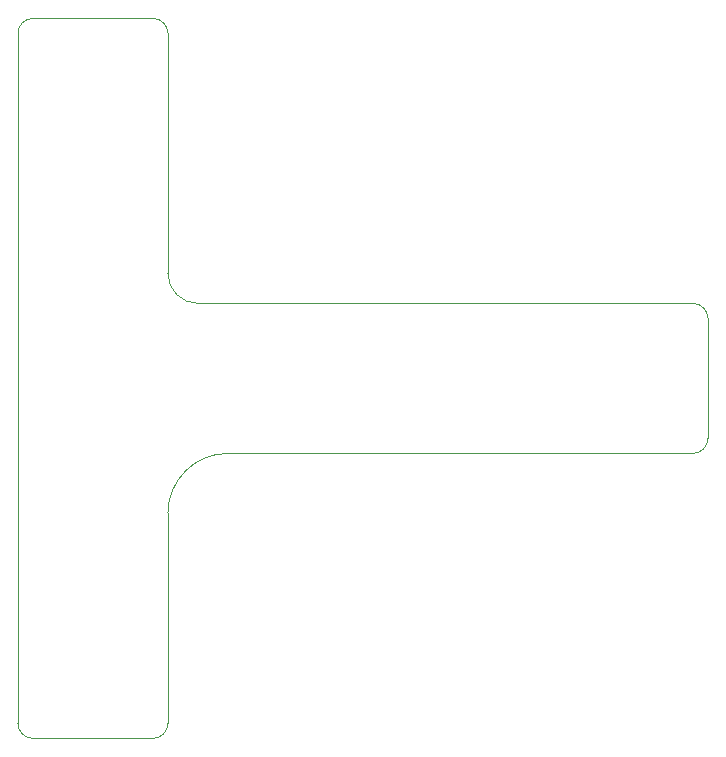
<source format=gm1>
%TF.GenerationSoftware,KiCad,Pcbnew,(6.0.9-0)*%
%TF.CreationDate,2022-12-21T10:02:25+01:00*%
%TF.ProjectId,BluerPill,426c7565-7250-4696-9c6c-2e6b69636164,rev?*%
%TF.SameCoordinates,Original*%
%TF.FileFunction,Profile,NP*%
%FSLAX46Y46*%
G04 Gerber Fmt 4.6, Leading zero omitted, Abs format (unit mm)*
G04 Created by KiCad (PCBNEW (6.0.9-0)) date 2022-12-21 10:02:25*
%MOMM*%
%LPD*%
G01*
G04 APERTURE LIST*
%TA.AperFunction,Profile*%
%ADD10C,0.100000*%
%TD*%
G04 APERTURE END LIST*
D10*
X92075000Y-118110000D02*
G75*
G03*
X94615000Y-120650000I2540000J0D01*
G01*
X136525000Y-133350000D02*
G75*
G03*
X137795000Y-132080000I0J1270000D01*
G01*
X80645000Y-96520000D02*
X90805000Y-96520000D01*
X80645000Y-96520000D02*
G75*
G03*
X79375000Y-97790000I0J-1270000D01*
G01*
X94615000Y-120650000D02*
X136525000Y-120650000D01*
X137795000Y-121920000D02*
G75*
G03*
X136525000Y-120650000I-1270000J0D01*
G01*
X136525000Y-133350000D02*
X97155000Y-133350000D01*
X92075000Y-97790000D02*
G75*
G03*
X90805000Y-96520000I-1270000J0D01*
G01*
X137795000Y-121920000D02*
X137795000Y-132080000D01*
X90805000Y-157480000D02*
G75*
G03*
X92075000Y-156210000I0J1270000D01*
G01*
X80645000Y-157480000D02*
X90805000Y-157480000D01*
X92075000Y-118110000D02*
X92075000Y-97790000D01*
X92075000Y-138430000D02*
X92075000Y-156210000D01*
X97155000Y-133350000D02*
G75*
G03*
X92075000Y-138430000I0J-5080000D01*
G01*
X79375000Y-97790000D02*
X79375000Y-156210000D01*
X79375000Y-156210000D02*
G75*
G03*
X80645000Y-157480000I1270000J0D01*
G01*
M02*

</source>
